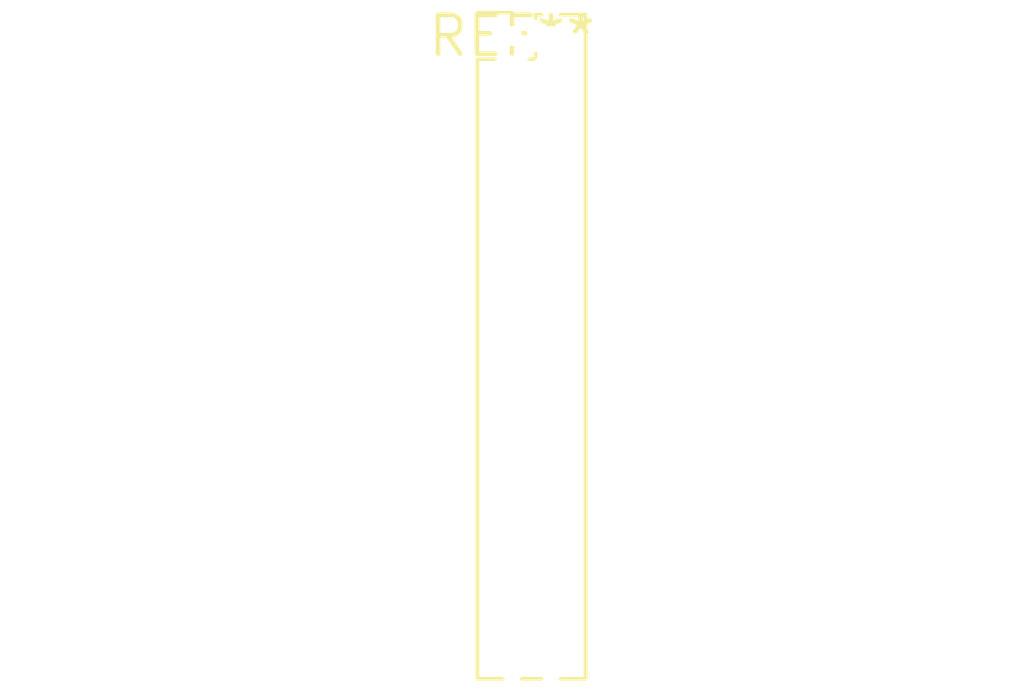
<source format=kicad_pcb>
(kicad_pcb (version 20240108) (generator pcbnew)
  (layers (0 "F.Cu" signal) (31 "B.Cu" signal) (34 "B.Paste" user) (35 "F.Paste" user) (36 "B.SilkS" user "B.Silkscreen") (37 "F.SilkS" user "F.Silkscreen") (38 "B.Mask" user) (39 "F.Mask" user) (44 "Edge.Cuts" user))
  (net 0 "")
  (footprint "PinHeader_2x17_P1.27mm_Vertical" (layer "F.Cu") (at 0 0)
    (property "Reference" "REF**")
    (property "Value" "PinHeader_2x17_P1.27mm_Vertical")
    (fp_line (start -1.13 -0.76) (end 0 -0.76) (layer "F.SilkS") (stroke (width 0.12)))
    (fp_line (start -1.13 0) (end -1.13 -0.76) (layer "F.SilkS") (stroke (width 0.12)))
    (fp_line (start -1.13 0.76) (end -1.13 21.015) (layer "F.SilkS") (stroke (width 0.12)))
    (fp_line (start -1.13 0.76) (end -0.563471 0.76) (layer "F.SilkS") (stroke (width 0.12)))
    (fp_line (start -1.13 21.015) (end -0.30753 21.015) (layer "F.SilkS") (stroke (width 0.12)))
    (fp_line (start 0.30753 21.015) (end 0.96247 21.015) (layer "F.SilkS") (stroke (width 0.12)))
    (fp_line (start 0.563471 0.76) (end 0.706529 0.76) (layer "F.SilkS") (stroke (width 0.12)))
    (fp_line (start 0.76 -0.695) (end 0.96247 -0.695) (layer "F.SilkS") (stroke (width 0.12)))
    (fp_line (start 0.76 -0.563471) (end 0.76 -0.695) (layer "F.SilkS") (stroke (width 0.12)))
    (fp_line (start 0.76 0.706529) (end 0.76 0.563471) (layer "F.SilkS") (stroke (width 0.12)))
    (fp_line (start 1.57753 -0.695) (end 2.4 -0.695) (layer "F.SilkS") (stroke (width 0.12)))
    (fp_line (start 1.57753 21.015) (end 2.4 21.015) (layer "F.SilkS") (stroke (width 0.12)))
    (fp_line (start 2.4 -0.695) (end 2.4 21.015) (layer "F.SilkS") (stroke (width 0.12)))
    (pad "1" thru_hole rect (at 0 0) (size 1 1) (drill 0.65) (layers *.Cu *.Mask) (remove_unused_layers))
    (pad "2" thru_hole oval (at 1.27 0) (size 1 1) (drill 0.65) (layers *.Cu *.Mask) (remove_unused_layers))
    (pad "3" thru_hole oval (at 0 1.27) (size 1 1) (drill 0.65) (layers *.Cu *.Mask) (remove_unused_layers))
    (pad "4" thru_hole oval (at 1.27 1.27) (size 1 1) (drill 0.65) (layers *.Cu *.Mask) (remove_unused_layers))
    (pad "5" thru_hole oval (at 0 2.54) (size 1 1) (drill 0.65) (layers *.Cu *.Mask) (remove_unused_layers))
    (pad "6" thru_hole oval (at 1.27 2.54) (size 1 1) (drill 0.65) (layers *.Cu *.Mask) (remove_unused_layers))
    (pad "7" thru_hole oval (at 0 3.81) (size 1 1) (drill 0.65) (layers *.Cu *.Mask) (remove_unused_layers))
    (pad "8" thru_hole oval (at 1.27 3.81) (size 1 1) (drill 0.65) (layers *.Cu *.Mask) (remove_unused_layers))
    (pad "9" thru_hole oval (at 0 5.08) (size 1 1) (drill 0.65) (layers *.Cu *.Mask) (remove_unused_layers))
    (pad "10" thru_hole oval (at 1.27 5.08) (size 1 1) (drill 0.65) (layers *.Cu *.Mask) (remove_unused_layers))
    (pad "11" thru_hole oval (at 0 6.35) (size 1 1) (drill 0.65) (layers *.Cu *.Mask) (remove_unused_layers))
    (pad "12" thru_hole oval (at 1.27 6.35) (size 1 1) (drill 0.65) (layers *.Cu *.Mask) (remove_unused_layers))
    (pad "13" thru_hole oval (at 0 7.62) (size 1 1) (drill 0.65) (layers *.Cu *.Mask) (remove_unused_layers))
    (pad "14" thru_hole oval (at 1.27 7.62) (size 1 1) (drill 0.65) (layers *.Cu *.Mask) (remove_unused_layers))
    (pad "15" thru_hole oval (at 0 8.89) (size 1 1) (drill 0.65) (layers *.Cu *.Mask) (remove_unused_layers))
    (pad "16" thru_hole oval (at 1.27 8.89) (size 1 1) (drill 0.65) (layers *.Cu *.Mask) (remove_unused_layers))
    (pad "17" thru_hole oval (at 0 10.16) (size 1 1) (drill 0.65) (layers *.Cu *.Mask) (remove_unused_layers))
    (pad "18" thru_hole oval (at 1.27 10.16) (size 1 1) (drill 0.65) (layers *.Cu *.Mask) (remove_unused_layers))
    (pad "19" thru_hole oval (at 0 11.43) (size 1 1) (drill 0.65) (layers *.Cu *.Mask) (remove_unused_layers))
    (pad "20" thru_hole oval (at 1.27 11.43) (size 1 1) (drill 0.65) (layers *.Cu *.Mask) (remove_unused_layers))
    (pad "21" thru_hole oval (at 0 12.7) (size 1 1) (drill 0.65) (layers *.Cu *.Mask) (remove_unused_layers))
    (pad "22" thru_hole oval (at 1.27 12.7) (size 1 1) (drill 0.65) (layers *.Cu *.Mask) (remove_unused_layers))
    (pad "23" thru_hole oval (at 0 13.97) (size 1 1) (drill 0.65) (layers *.Cu *.Mask) (remove_unused_layers))
    (pad "24" thru_hole oval (at 1.27 13.97) (size 1 1) (drill 0.65) (layers *.Cu *.Mask) (remove_unused_layers))
    (pad "25" thru_hole oval (at 0 15.24) (size 1 1) (drill 0.65) (layers *.Cu *.Mask) (remove_unused_layers))
    (pad "26" thru_hole oval (at 1.27 15.24) (size 1 1) (drill 0.65) (layers *.Cu *.Mask) (remove_unused_layers))
    (pad "27" thru_hole oval (at 0 16.51) (size 1 1) (drill 0.65) (layers *.Cu *.Mask) (remove_unused_layers))
    (pad "28" thru_hole oval (at 1.27 16.51) (size 1 1) (drill 0.65) (layers *.Cu *.Mask) (remove_unused_layers))
    (pad "29" thru_hole oval (at 0 17.78) (size 1 1) (drill 0.65) (layers *.Cu *.Mask) (remove_unused_layers))
    (pad "30" thru_hole oval (at 1.27 17.78) (size 1 1) (drill 0.65) (layers *.Cu *.Mask) (remove_unused_layers))
    (pad "31" thru_hole oval (at 0 19.05) (size 1 1) (drill 0.65) (layers *.Cu *.Mask) (remove_unused_layers))
    (pad "32" thru_hole oval (at 1.27 19.05) (size 1 1) (drill 0.65) (layers *.Cu *.Mask) (remove_unused_layers))
    (pad "33" thru_hole oval (at 0 20.32) (size 1 1) (drill 0.65) (layers *.Cu *.Mask) (remove_unused_layers))
    (pad "34" thru_hole oval (at 1.27 20.32) (size 1 1) (drill 0.65) (layers *.Cu *.Mask) (remove_unused_layers))
  )
)
</source>
